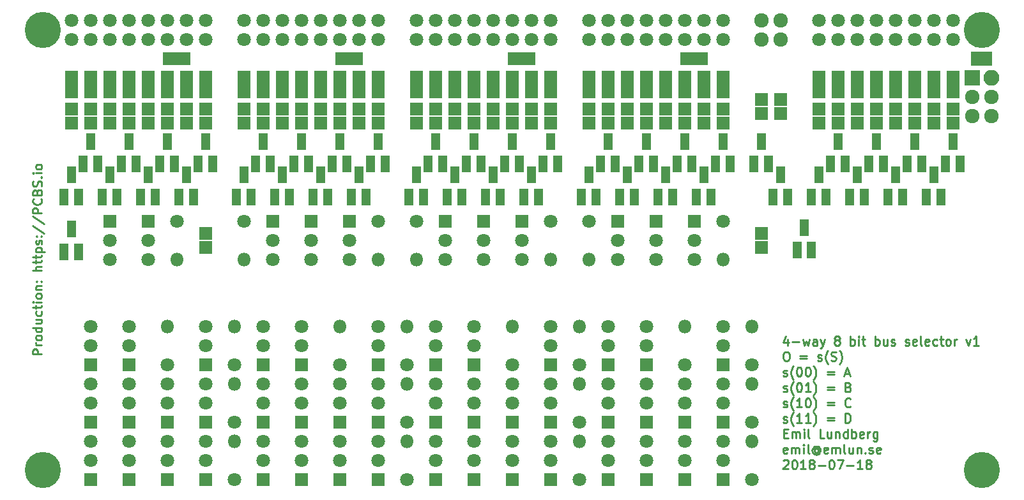
<source format=gts>
G04 #@! TF.GenerationSoftware,KiCad,Pcbnew,(5.0.0-rc2-200-g1f6f76beb)*
G04 #@! TF.CreationDate,2018-07-18T18:35:48+02:00*
G04 #@! TF.ProjectId,bus-selector,6275732D73656C6563746F722E6B6963,rev?*
G04 #@! TF.SameCoordinates,Original*
G04 #@! TF.FileFunction,Soldermask,Top*
G04 #@! TF.FilePolarity,Negative*
%FSLAX46Y46*%
G04 Gerber Fmt 4.6, Leading zero omitted, Abs format (unit mm)*
G04 Created by KiCad (PCBNEW (5.0.0-rc2-200-g1f6f76beb)) date Wed Jul 18 18:35:48 2018*
%MOMM*%
%LPD*%
G01*
G04 APERTURE LIST*
%ADD10C,0.250000*%
%ADD11C,1.800000*%
%ADD12R,1.800000X1.800000*%
%ADD13R,1.200000X2.300000*%
%ADD14R,1.800000X1.695000*%
%ADD15C,1.924000*%
%ADD16O,1.800000X1.800000*%
%ADD17R,1.720000X1.920000*%
%ADD18R,1.920000X1.720000*%
%ADD19R,2.100000X2.100000*%
%ADD20O,2.100000X2.100000*%
%ADD21C,0.300000*%
%ADD22C,0.100000*%
%ADD23C,4.800000*%
G04 APERTURE END LIST*
D10*
X21497857Y-62101428D02*
X20297857Y-62101428D01*
X20297857Y-61644285D01*
X20355000Y-61530000D01*
X20412142Y-61472857D01*
X20526428Y-61415714D01*
X20697857Y-61415714D01*
X20812142Y-61472857D01*
X20869285Y-61530000D01*
X20926428Y-61644285D01*
X20926428Y-62101428D01*
X21497857Y-60901428D02*
X20697857Y-60901428D01*
X20926428Y-60901428D02*
X20812142Y-60844285D01*
X20755000Y-60787142D01*
X20697857Y-60672857D01*
X20697857Y-60558571D01*
X21497857Y-59987142D02*
X21440714Y-60101428D01*
X21383571Y-60158571D01*
X21269285Y-60215714D01*
X20926428Y-60215714D01*
X20812142Y-60158571D01*
X20755000Y-60101428D01*
X20697857Y-59987142D01*
X20697857Y-59815714D01*
X20755000Y-59701428D01*
X20812142Y-59644285D01*
X20926428Y-59587142D01*
X21269285Y-59587142D01*
X21383571Y-59644285D01*
X21440714Y-59701428D01*
X21497857Y-59815714D01*
X21497857Y-59987142D01*
X21497857Y-58558571D02*
X20297857Y-58558571D01*
X21440714Y-58558571D02*
X21497857Y-58672857D01*
X21497857Y-58901428D01*
X21440714Y-59015714D01*
X21383571Y-59072857D01*
X21269285Y-59130000D01*
X20926428Y-59130000D01*
X20812142Y-59072857D01*
X20755000Y-59015714D01*
X20697857Y-58901428D01*
X20697857Y-58672857D01*
X20755000Y-58558571D01*
X20697857Y-57472857D02*
X21497857Y-57472857D01*
X20697857Y-57987142D02*
X21326428Y-57987142D01*
X21440714Y-57930000D01*
X21497857Y-57815714D01*
X21497857Y-57644285D01*
X21440714Y-57530000D01*
X21383571Y-57472857D01*
X21440714Y-56387142D02*
X21497857Y-56501428D01*
X21497857Y-56730000D01*
X21440714Y-56844285D01*
X21383571Y-56901428D01*
X21269285Y-56958571D01*
X20926428Y-56958571D01*
X20812142Y-56901428D01*
X20755000Y-56844285D01*
X20697857Y-56730000D01*
X20697857Y-56501428D01*
X20755000Y-56387142D01*
X20697857Y-56044285D02*
X20697857Y-55587142D01*
X20297857Y-55872857D02*
X21326428Y-55872857D01*
X21440714Y-55815714D01*
X21497857Y-55701428D01*
X21497857Y-55587142D01*
X21497857Y-55187142D02*
X20697857Y-55187142D01*
X20297857Y-55187142D02*
X20355000Y-55244285D01*
X20412142Y-55187142D01*
X20355000Y-55130000D01*
X20297857Y-55187142D01*
X20412142Y-55187142D01*
X21497857Y-54444285D02*
X21440714Y-54558571D01*
X21383571Y-54615714D01*
X21269285Y-54672857D01*
X20926428Y-54672857D01*
X20812142Y-54615714D01*
X20755000Y-54558571D01*
X20697857Y-54444285D01*
X20697857Y-54272857D01*
X20755000Y-54158571D01*
X20812142Y-54101428D01*
X20926428Y-54044285D01*
X21269285Y-54044285D01*
X21383571Y-54101428D01*
X21440714Y-54158571D01*
X21497857Y-54272857D01*
X21497857Y-54444285D01*
X20697857Y-53530000D02*
X21497857Y-53530000D01*
X20812142Y-53530000D02*
X20755000Y-53472857D01*
X20697857Y-53358571D01*
X20697857Y-53187142D01*
X20755000Y-53072857D01*
X20869285Y-53015714D01*
X21497857Y-53015714D01*
X21383571Y-52444285D02*
X21440714Y-52387142D01*
X21497857Y-52444285D01*
X21440714Y-52501428D01*
X21383571Y-52444285D01*
X21497857Y-52444285D01*
X20755000Y-52444285D02*
X20812142Y-52387142D01*
X20869285Y-52444285D01*
X20812142Y-52501428D01*
X20755000Y-52444285D01*
X20869285Y-52444285D01*
X21497857Y-50958571D02*
X20297857Y-50958571D01*
X21497857Y-50444285D02*
X20869285Y-50444285D01*
X20755000Y-50501428D01*
X20697857Y-50615714D01*
X20697857Y-50787142D01*
X20755000Y-50901428D01*
X20812142Y-50958571D01*
X20697857Y-50044285D02*
X20697857Y-49587142D01*
X20297857Y-49872857D02*
X21326428Y-49872857D01*
X21440714Y-49815714D01*
X21497857Y-49701428D01*
X21497857Y-49587142D01*
X20697857Y-49358571D02*
X20697857Y-48901428D01*
X20297857Y-49187142D02*
X21326428Y-49187142D01*
X21440714Y-49130000D01*
X21497857Y-49015714D01*
X21497857Y-48901428D01*
X20697857Y-48501428D02*
X21897857Y-48501428D01*
X20755000Y-48501428D02*
X20697857Y-48387142D01*
X20697857Y-48158571D01*
X20755000Y-48044285D01*
X20812142Y-47987142D01*
X20926428Y-47930000D01*
X21269285Y-47930000D01*
X21383571Y-47987142D01*
X21440714Y-48044285D01*
X21497857Y-48158571D01*
X21497857Y-48387142D01*
X21440714Y-48501428D01*
X21440714Y-47472857D02*
X21497857Y-47358571D01*
X21497857Y-47130000D01*
X21440714Y-47015714D01*
X21326428Y-46958571D01*
X21269285Y-46958571D01*
X21155000Y-47015714D01*
X21097857Y-47130000D01*
X21097857Y-47301428D01*
X21040714Y-47415714D01*
X20926428Y-47472857D01*
X20869285Y-47472857D01*
X20755000Y-47415714D01*
X20697857Y-47301428D01*
X20697857Y-47130000D01*
X20755000Y-47015714D01*
X21383571Y-46444285D02*
X21440714Y-46387142D01*
X21497857Y-46444285D01*
X21440714Y-46501428D01*
X21383571Y-46444285D01*
X21497857Y-46444285D01*
X20755000Y-46444285D02*
X20812142Y-46387142D01*
X20869285Y-46444285D01*
X20812142Y-46501428D01*
X20755000Y-46444285D01*
X20869285Y-46444285D01*
X20240714Y-45015714D02*
X21783571Y-46044285D01*
X20240714Y-43758571D02*
X21783571Y-44787142D01*
X21497857Y-43358571D02*
X20297857Y-43358571D01*
X20297857Y-42901428D01*
X20355000Y-42787142D01*
X20412142Y-42730000D01*
X20526428Y-42672857D01*
X20697857Y-42672857D01*
X20812142Y-42730000D01*
X20869285Y-42787142D01*
X20926428Y-42901428D01*
X20926428Y-43358571D01*
X21383571Y-41472857D02*
X21440714Y-41530000D01*
X21497857Y-41701428D01*
X21497857Y-41815714D01*
X21440714Y-41987142D01*
X21326428Y-42101428D01*
X21212142Y-42158571D01*
X20983571Y-42215714D01*
X20812142Y-42215714D01*
X20583571Y-42158571D01*
X20469285Y-42101428D01*
X20355000Y-41987142D01*
X20297857Y-41815714D01*
X20297857Y-41701428D01*
X20355000Y-41530000D01*
X20412142Y-41472857D01*
X20869285Y-40558571D02*
X20926428Y-40387142D01*
X20983571Y-40330000D01*
X21097857Y-40272857D01*
X21269285Y-40272857D01*
X21383571Y-40330000D01*
X21440714Y-40387142D01*
X21497857Y-40501428D01*
X21497857Y-40958571D01*
X20297857Y-40958571D01*
X20297857Y-40558571D01*
X20355000Y-40444285D01*
X20412142Y-40387142D01*
X20526428Y-40330000D01*
X20640714Y-40330000D01*
X20755000Y-40387142D01*
X20812142Y-40444285D01*
X20869285Y-40558571D01*
X20869285Y-40958571D01*
X21440714Y-39815714D02*
X21497857Y-39644285D01*
X21497857Y-39358571D01*
X21440714Y-39244285D01*
X21383571Y-39187142D01*
X21269285Y-39130000D01*
X21155000Y-39130000D01*
X21040714Y-39187142D01*
X20983571Y-39244285D01*
X20926428Y-39358571D01*
X20869285Y-39587142D01*
X20812142Y-39701428D01*
X20755000Y-39758571D01*
X20640714Y-39815714D01*
X20526428Y-39815714D01*
X20412142Y-39758571D01*
X20355000Y-39701428D01*
X20297857Y-39587142D01*
X20297857Y-39301428D01*
X20355000Y-39130000D01*
X21383571Y-38615714D02*
X21440714Y-38558571D01*
X21497857Y-38615714D01*
X21440714Y-38672857D01*
X21383571Y-38615714D01*
X21497857Y-38615714D01*
X21497857Y-38044285D02*
X20697857Y-38044285D01*
X20297857Y-38044285D02*
X20355000Y-38101428D01*
X20412142Y-38044285D01*
X20355000Y-37987142D01*
X20297857Y-38044285D01*
X20412142Y-38044285D01*
X21497857Y-37301428D02*
X21440714Y-37415714D01*
X21383571Y-37472857D01*
X21269285Y-37530000D01*
X20926428Y-37530000D01*
X20812142Y-37472857D01*
X20755000Y-37415714D01*
X20697857Y-37301428D01*
X20697857Y-37130000D01*
X20755000Y-37015714D01*
X20812142Y-36958571D01*
X20926428Y-36901428D01*
X21269285Y-36901428D01*
X21383571Y-36958571D01*
X21440714Y-37015714D01*
X21497857Y-37130000D01*
X21497857Y-37301428D01*
X120342500Y-60122857D02*
X120342500Y-60922857D01*
X120056785Y-59665714D02*
X119771071Y-60522857D01*
X120513928Y-60522857D01*
X120971071Y-60465714D02*
X121885357Y-60465714D01*
X122342500Y-60122857D02*
X122571071Y-60922857D01*
X122799642Y-60351428D01*
X123028214Y-60922857D01*
X123256785Y-60122857D01*
X124228214Y-60922857D02*
X124228214Y-60294285D01*
X124171071Y-60180000D01*
X124056785Y-60122857D01*
X123828214Y-60122857D01*
X123713928Y-60180000D01*
X124228214Y-60865714D02*
X124113928Y-60922857D01*
X123828214Y-60922857D01*
X123713928Y-60865714D01*
X123656785Y-60751428D01*
X123656785Y-60637142D01*
X123713928Y-60522857D01*
X123828214Y-60465714D01*
X124113928Y-60465714D01*
X124228214Y-60408571D01*
X124685357Y-60122857D02*
X124971071Y-60922857D01*
X125256785Y-60122857D02*
X124971071Y-60922857D01*
X124856785Y-61208571D01*
X124799642Y-61265714D01*
X124685357Y-61322857D01*
X126799642Y-60237142D02*
X126685357Y-60180000D01*
X126628214Y-60122857D01*
X126571071Y-60008571D01*
X126571071Y-59951428D01*
X126628214Y-59837142D01*
X126685357Y-59780000D01*
X126799642Y-59722857D01*
X127028214Y-59722857D01*
X127142500Y-59780000D01*
X127199642Y-59837142D01*
X127256785Y-59951428D01*
X127256785Y-60008571D01*
X127199642Y-60122857D01*
X127142500Y-60180000D01*
X127028214Y-60237142D01*
X126799642Y-60237142D01*
X126685357Y-60294285D01*
X126628214Y-60351428D01*
X126571071Y-60465714D01*
X126571071Y-60694285D01*
X126628214Y-60808571D01*
X126685357Y-60865714D01*
X126799642Y-60922857D01*
X127028214Y-60922857D01*
X127142500Y-60865714D01*
X127199642Y-60808571D01*
X127256785Y-60694285D01*
X127256785Y-60465714D01*
X127199642Y-60351428D01*
X127142500Y-60294285D01*
X127028214Y-60237142D01*
X128685357Y-60922857D02*
X128685357Y-59722857D01*
X128685357Y-60180000D02*
X128799642Y-60122857D01*
X129028214Y-60122857D01*
X129142500Y-60180000D01*
X129199642Y-60237142D01*
X129256785Y-60351428D01*
X129256785Y-60694285D01*
X129199642Y-60808571D01*
X129142500Y-60865714D01*
X129028214Y-60922857D01*
X128799642Y-60922857D01*
X128685357Y-60865714D01*
X129771071Y-60922857D02*
X129771071Y-60122857D01*
X129771071Y-59722857D02*
X129713928Y-59780000D01*
X129771071Y-59837142D01*
X129828214Y-59780000D01*
X129771071Y-59722857D01*
X129771071Y-59837142D01*
X130171071Y-60122857D02*
X130628214Y-60122857D01*
X130342500Y-59722857D02*
X130342500Y-60751428D01*
X130399642Y-60865714D01*
X130513928Y-60922857D01*
X130628214Y-60922857D01*
X131942500Y-60922857D02*
X131942500Y-59722857D01*
X131942500Y-60180000D02*
X132056785Y-60122857D01*
X132285357Y-60122857D01*
X132399642Y-60180000D01*
X132456785Y-60237142D01*
X132513928Y-60351428D01*
X132513928Y-60694285D01*
X132456785Y-60808571D01*
X132399642Y-60865714D01*
X132285357Y-60922857D01*
X132056785Y-60922857D01*
X131942500Y-60865714D01*
X133542500Y-60122857D02*
X133542500Y-60922857D01*
X133028214Y-60122857D02*
X133028214Y-60751428D01*
X133085357Y-60865714D01*
X133199642Y-60922857D01*
X133371071Y-60922857D01*
X133485357Y-60865714D01*
X133542500Y-60808571D01*
X134056785Y-60865714D02*
X134171071Y-60922857D01*
X134399642Y-60922857D01*
X134513928Y-60865714D01*
X134571071Y-60751428D01*
X134571071Y-60694285D01*
X134513928Y-60580000D01*
X134399642Y-60522857D01*
X134228214Y-60522857D01*
X134113928Y-60465714D01*
X134056785Y-60351428D01*
X134056785Y-60294285D01*
X134113928Y-60180000D01*
X134228214Y-60122857D01*
X134399642Y-60122857D01*
X134513928Y-60180000D01*
X135942500Y-60865714D02*
X136056785Y-60922857D01*
X136285357Y-60922857D01*
X136399642Y-60865714D01*
X136456785Y-60751428D01*
X136456785Y-60694285D01*
X136399642Y-60580000D01*
X136285357Y-60522857D01*
X136113928Y-60522857D01*
X135999642Y-60465714D01*
X135942500Y-60351428D01*
X135942500Y-60294285D01*
X135999642Y-60180000D01*
X136113928Y-60122857D01*
X136285357Y-60122857D01*
X136399642Y-60180000D01*
X137428214Y-60865714D02*
X137313928Y-60922857D01*
X137085357Y-60922857D01*
X136971071Y-60865714D01*
X136913928Y-60751428D01*
X136913928Y-60294285D01*
X136971071Y-60180000D01*
X137085357Y-60122857D01*
X137313928Y-60122857D01*
X137428214Y-60180000D01*
X137485357Y-60294285D01*
X137485357Y-60408571D01*
X136913928Y-60522857D01*
X138171071Y-60922857D02*
X138056785Y-60865714D01*
X137999642Y-60751428D01*
X137999642Y-59722857D01*
X139085357Y-60865714D02*
X138971071Y-60922857D01*
X138742500Y-60922857D01*
X138628214Y-60865714D01*
X138571071Y-60751428D01*
X138571071Y-60294285D01*
X138628214Y-60180000D01*
X138742500Y-60122857D01*
X138971071Y-60122857D01*
X139085357Y-60180000D01*
X139142500Y-60294285D01*
X139142500Y-60408571D01*
X138571071Y-60522857D01*
X140171071Y-60865714D02*
X140056785Y-60922857D01*
X139828214Y-60922857D01*
X139713928Y-60865714D01*
X139656785Y-60808571D01*
X139599642Y-60694285D01*
X139599642Y-60351428D01*
X139656785Y-60237142D01*
X139713928Y-60180000D01*
X139828214Y-60122857D01*
X140056785Y-60122857D01*
X140171071Y-60180000D01*
X140513928Y-60122857D02*
X140971071Y-60122857D01*
X140685357Y-59722857D02*
X140685357Y-60751428D01*
X140742500Y-60865714D01*
X140856785Y-60922857D01*
X140971071Y-60922857D01*
X141542500Y-60922857D02*
X141428214Y-60865714D01*
X141371071Y-60808571D01*
X141313928Y-60694285D01*
X141313928Y-60351428D01*
X141371071Y-60237142D01*
X141428214Y-60180000D01*
X141542500Y-60122857D01*
X141713928Y-60122857D01*
X141828214Y-60180000D01*
X141885357Y-60237142D01*
X141942500Y-60351428D01*
X141942500Y-60694285D01*
X141885357Y-60808571D01*
X141828214Y-60865714D01*
X141713928Y-60922857D01*
X141542500Y-60922857D01*
X142456785Y-60922857D02*
X142456785Y-60122857D01*
X142456785Y-60351428D02*
X142513928Y-60237142D01*
X142571071Y-60180000D01*
X142685357Y-60122857D01*
X142799642Y-60122857D01*
X143999642Y-60122857D02*
X144285357Y-60922857D01*
X144571071Y-60122857D01*
X145656785Y-60922857D02*
X144971071Y-60922857D01*
X145313928Y-60922857D02*
X145313928Y-59722857D01*
X145199642Y-59894285D01*
X145085357Y-60008571D01*
X144971071Y-60065714D01*
X120056785Y-61772857D02*
X120285357Y-61772857D01*
X120399642Y-61830000D01*
X120513928Y-61944285D01*
X120571071Y-62172857D01*
X120571071Y-62572857D01*
X120513928Y-62801428D01*
X120399642Y-62915714D01*
X120285357Y-62972857D01*
X120056785Y-62972857D01*
X119942500Y-62915714D01*
X119828214Y-62801428D01*
X119771071Y-62572857D01*
X119771071Y-62172857D01*
X119828214Y-61944285D01*
X119942500Y-61830000D01*
X120056785Y-61772857D01*
X121999642Y-62344285D02*
X122913928Y-62344285D01*
X122913928Y-62687142D02*
X121999642Y-62687142D01*
X124342500Y-62915714D02*
X124456785Y-62972857D01*
X124685357Y-62972857D01*
X124799642Y-62915714D01*
X124856785Y-62801428D01*
X124856785Y-62744285D01*
X124799642Y-62630000D01*
X124685357Y-62572857D01*
X124513928Y-62572857D01*
X124399642Y-62515714D01*
X124342500Y-62401428D01*
X124342500Y-62344285D01*
X124399642Y-62230000D01*
X124513928Y-62172857D01*
X124685357Y-62172857D01*
X124799642Y-62230000D01*
X125713928Y-63430000D02*
X125656785Y-63372857D01*
X125542500Y-63201428D01*
X125485357Y-63087142D01*
X125428214Y-62915714D01*
X125371071Y-62630000D01*
X125371071Y-62401428D01*
X125428214Y-62115714D01*
X125485357Y-61944285D01*
X125542500Y-61830000D01*
X125656785Y-61658571D01*
X125713928Y-61601428D01*
X126113928Y-62915714D02*
X126285357Y-62972857D01*
X126571071Y-62972857D01*
X126685357Y-62915714D01*
X126742500Y-62858571D01*
X126799642Y-62744285D01*
X126799642Y-62630000D01*
X126742500Y-62515714D01*
X126685357Y-62458571D01*
X126571071Y-62401428D01*
X126342500Y-62344285D01*
X126228214Y-62287142D01*
X126171071Y-62230000D01*
X126113928Y-62115714D01*
X126113928Y-62001428D01*
X126171071Y-61887142D01*
X126228214Y-61830000D01*
X126342500Y-61772857D01*
X126628214Y-61772857D01*
X126799642Y-61830000D01*
X127199642Y-63430000D02*
X127256785Y-63372857D01*
X127371071Y-63201428D01*
X127428214Y-63087142D01*
X127485357Y-62915714D01*
X127542500Y-62630000D01*
X127542500Y-62401428D01*
X127485357Y-62115714D01*
X127428214Y-61944285D01*
X127371071Y-61830000D01*
X127256785Y-61658571D01*
X127199642Y-61601428D01*
X119771071Y-64965714D02*
X119885357Y-65022857D01*
X120113928Y-65022857D01*
X120228214Y-64965714D01*
X120285357Y-64851428D01*
X120285357Y-64794285D01*
X120228214Y-64680000D01*
X120113928Y-64622857D01*
X119942500Y-64622857D01*
X119828214Y-64565714D01*
X119771071Y-64451428D01*
X119771071Y-64394285D01*
X119828214Y-64280000D01*
X119942500Y-64222857D01*
X120113928Y-64222857D01*
X120228214Y-64280000D01*
X121142500Y-65480000D02*
X121085357Y-65422857D01*
X120971071Y-65251428D01*
X120913928Y-65137142D01*
X120856785Y-64965714D01*
X120799642Y-64680000D01*
X120799642Y-64451428D01*
X120856785Y-64165714D01*
X120913928Y-63994285D01*
X120971071Y-63880000D01*
X121085357Y-63708571D01*
X121142500Y-63651428D01*
X121828214Y-63822857D02*
X121942500Y-63822857D01*
X122056785Y-63880000D01*
X122113928Y-63937142D01*
X122171071Y-64051428D01*
X122228214Y-64280000D01*
X122228214Y-64565714D01*
X122171071Y-64794285D01*
X122113928Y-64908571D01*
X122056785Y-64965714D01*
X121942500Y-65022857D01*
X121828214Y-65022857D01*
X121713928Y-64965714D01*
X121656785Y-64908571D01*
X121599642Y-64794285D01*
X121542500Y-64565714D01*
X121542500Y-64280000D01*
X121599642Y-64051428D01*
X121656785Y-63937142D01*
X121713928Y-63880000D01*
X121828214Y-63822857D01*
X122971071Y-63822857D02*
X123085357Y-63822857D01*
X123199642Y-63880000D01*
X123256785Y-63937142D01*
X123313928Y-64051428D01*
X123371071Y-64280000D01*
X123371071Y-64565714D01*
X123313928Y-64794285D01*
X123256785Y-64908571D01*
X123199642Y-64965714D01*
X123085357Y-65022857D01*
X122971071Y-65022857D01*
X122856785Y-64965714D01*
X122799642Y-64908571D01*
X122742500Y-64794285D01*
X122685357Y-64565714D01*
X122685357Y-64280000D01*
X122742500Y-64051428D01*
X122799642Y-63937142D01*
X122856785Y-63880000D01*
X122971071Y-63822857D01*
X123771071Y-65480000D02*
X123828214Y-65422857D01*
X123942500Y-65251428D01*
X123999642Y-65137142D01*
X124056785Y-64965714D01*
X124113928Y-64680000D01*
X124113928Y-64451428D01*
X124056785Y-64165714D01*
X123999642Y-63994285D01*
X123942500Y-63880000D01*
X123828214Y-63708571D01*
X123771071Y-63651428D01*
X125599642Y-64394285D02*
X126513928Y-64394285D01*
X126513928Y-64737142D02*
X125599642Y-64737142D01*
X127942500Y-64680000D02*
X128513928Y-64680000D01*
X127828214Y-65022857D02*
X128228214Y-63822857D01*
X128628214Y-65022857D01*
X119771071Y-67015714D02*
X119885357Y-67072857D01*
X120113928Y-67072857D01*
X120228214Y-67015714D01*
X120285357Y-66901428D01*
X120285357Y-66844285D01*
X120228214Y-66730000D01*
X120113928Y-66672857D01*
X119942500Y-66672857D01*
X119828214Y-66615714D01*
X119771071Y-66501428D01*
X119771071Y-66444285D01*
X119828214Y-66330000D01*
X119942500Y-66272857D01*
X120113928Y-66272857D01*
X120228214Y-66330000D01*
X121142500Y-67530000D02*
X121085357Y-67472857D01*
X120971071Y-67301428D01*
X120913928Y-67187142D01*
X120856785Y-67015714D01*
X120799642Y-66730000D01*
X120799642Y-66501428D01*
X120856785Y-66215714D01*
X120913928Y-66044285D01*
X120971071Y-65930000D01*
X121085357Y-65758571D01*
X121142500Y-65701428D01*
X121828214Y-65872857D02*
X121942500Y-65872857D01*
X122056785Y-65930000D01*
X122113928Y-65987142D01*
X122171071Y-66101428D01*
X122228214Y-66330000D01*
X122228214Y-66615714D01*
X122171071Y-66844285D01*
X122113928Y-66958571D01*
X122056785Y-67015714D01*
X121942500Y-67072857D01*
X121828214Y-67072857D01*
X121713928Y-67015714D01*
X121656785Y-66958571D01*
X121599642Y-66844285D01*
X121542500Y-66615714D01*
X121542500Y-66330000D01*
X121599642Y-66101428D01*
X121656785Y-65987142D01*
X121713928Y-65930000D01*
X121828214Y-65872857D01*
X123371071Y-67072857D02*
X122685357Y-67072857D01*
X123028214Y-67072857D02*
X123028214Y-65872857D01*
X122913928Y-66044285D01*
X122799642Y-66158571D01*
X122685357Y-66215714D01*
X123771071Y-67530000D02*
X123828214Y-67472857D01*
X123942500Y-67301428D01*
X123999642Y-67187142D01*
X124056785Y-67015714D01*
X124113928Y-66730000D01*
X124113928Y-66501428D01*
X124056785Y-66215714D01*
X123999642Y-66044285D01*
X123942500Y-65930000D01*
X123828214Y-65758571D01*
X123771071Y-65701428D01*
X125599642Y-66444285D02*
X126513928Y-66444285D01*
X126513928Y-66787142D02*
X125599642Y-66787142D01*
X128399642Y-66444285D02*
X128571071Y-66501428D01*
X128628214Y-66558571D01*
X128685357Y-66672857D01*
X128685357Y-66844285D01*
X128628214Y-66958571D01*
X128571071Y-67015714D01*
X128456785Y-67072857D01*
X127999642Y-67072857D01*
X127999642Y-65872857D01*
X128399642Y-65872857D01*
X128513928Y-65930000D01*
X128571071Y-65987142D01*
X128628214Y-66101428D01*
X128628214Y-66215714D01*
X128571071Y-66330000D01*
X128513928Y-66387142D01*
X128399642Y-66444285D01*
X127999642Y-66444285D01*
X119771071Y-69065714D02*
X119885357Y-69122857D01*
X120113928Y-69122857D01*
X120228214Y-69065714D01*
X120285357Y-68951428D01*
X120285357Y-68894285D01*
X120228214Y-68780000D01*
X120113928Y-68722857D01*
X119942500Y-68722857D01*
X119828214Y-68665714D01*
X119771071Y-68551428D01*
X119771071Y-68494285D01*
X119828214Y-68380000D01*
X119942500Y-68322857D01*
X120113928Y-68322857D01*
X120228214Y-68380000D01*
X121142500Y-69580000D02*
X121085357Y-69522857D01*
X120971071Y-69351428D01*
X120913928Y-69237142D01*
X120856785Y-69065714D01*
X120799642Y-68780000D01*
X120799642Y-68551428D01*
X120856785Y-68265714D01*
X120913928Y-68094285D01*
X120971071Y-67980000D01*
X121085357Y-67808571D01*
X121142500Y-67751428D01*
X122228214Y-69122857D02*
X121542500Y-69122857D01*
X121885357Y-69122857D02*
X121885357Y-67922857D01*
X121771071Y-68094285D01*
X121656785Y-68208571D01*
X121542500Y-68265714D01*
X122971071Y-67922857D02*
X123085357Y-67922857D01*
X123199642Y-67980000D01*
X123256785Y-68037142D01*
X123313928Y-68151428D01*
X123371071Y-68380000D01*
X123371071Y-68665714D01*
X123313928Y-68894285D01*
X123256785Y-69008571D01*
X123199642Y-69065714D01*
X123085357Y-69122857D01*
X122971071Y-69122857D01*
X122856785Y-69065714D01*
X122799642Y-69008571D01*
X122742500Y-68894285D01*
X122685357Y-68665714D01*
X122685357Y-68380000D01*
X122742500Y-68151428D01*
X122799642Y-68037142D01*
X122856785Y-67980000D01*
X122971071Y-67922857D01*
X123771071Y-69580000D02*
X123828214Y-69522857D01*
X123942500Y-69351428D01*
X123999642Y-69237142D01*
X124056785Y-69065714D01*
X124113928Y-68780000D01*
X124113928Y-68551428D01*
X124056785Y-68265714D01*
X123999642Y-68094285D01*
X123942500Y-67980000D01*
X123828214Y-67808571D01*
X123771071Y-67751428D01*
X125599642Y-68494285D02*
X126513928Y-68494285D01*
X126513928Y-68837142D02*
X125599642Y-68837142D01*
X128685357Y-69008571D02*
X128628214Y-69065714D01*
X128456785Y-69122857D01*
X128342500Y-69122857D01*
X128171071Y-69065714D01*
X128056785Y-68951428D01*
X127999642Y-68837142D01*
X127942500Y-68608571D01*
X127942500Y-68437142D01*
X127999642Y-68208571D01*
X128056785Y-68094285D01*
X128171071Y-67980000D01*
X128342500Y-67922857D01*
X128456785Y-67922857D01*
X128628214Y-67980000D01*
X128685357Y-68037142D01*
X119771071Y-71115714D02*
X119885357Y-71172857D01*
X120113928Y-71172857D01*
X120228214Y-71115714D01*
X120285357Y-71001428D01*
X120285357Y-70944285D01*
X120228214Y-70830000D01*
X120113928Y-70772857D01*
X119942500Y-70772857D01*
X119828214Y-70715714D01*
X119771071Y-70601428D01*
X119771071Y-70544285D01*
X119828214Y-70430000D01*
X119942500Y-70372857D01*
X120113928Y-70372857D01*
X120228214Y-70430000D01*
X121142500Y-71630000D02*
X121085357Y-71572857D01*
X120971071Y-71401428D01*
X120913928Y-71287142D01*
X120856785Y-71115714D01*
X120799642Y-70830000D01*
X120799642Y-70601428D01*
X120856785Y-70315714D01*
X120913928Y-70144285D01*
X120971071Y-70030000D01*
X121085357Y-69858571D01*
X121142500Y-69801428D01*
X122228214Y-71172857D02*
X121542500Y-71172857D01*
X121885357Y-71172857D02*
X121885357Y-69972857D01*
X121771071Y-70144285D01*
X121656785Y-70258571D01*
X121542500Y-70315714D01*
X123371071Y-71172857D02*
X122685357Y-71172857D01*
X123028214Y-71172857D02*
X123028214Y-69972857D01*
X122913928Y-70144285D01*
X122799642Y-70258571D01*
X122685357Y-70315714D01*
X123771071Y-71630000D02*
X123828214Y-71572857D01*
X123942500Y-71401428D01*
X123999642Y-71287142D01*
X124056785Y-71115714D01*
X124113928Y-70830000D01*
X124113928Y-70601428D01*
X124056785Y-70315714D01*
X123999642Y-70144285D01*
X123942500Y-70030000D01*
X123828214Y-69858571D01*
X123771071Y-69801428D01*
X125599642Y-70544285D02*
X126513928Y-70544285D01*
X126513928Y-70887142D02*
X125599642Y-70887142D01*
X127999642Y-71172857D02*
X127999642Y-69972857D01*
X128285357Y-69972857D01*
X128456785Y-70030000D01*
X128571071Y-70144285D01*
X128628214Y-70258571D01*
X128685357Y-70487142D01*
X128685357Y-70658571D01*
X128628214Y-70887142D01*
X128571071Y-71001428D01*
X128456785Y-71115714D01*
X128285357Y-71172857D01*
X127999642Y-71172857D01*
X119828214Y-72594285D02*
X120228214Y-72594285D01*
X120399642Y-73222857D02*
X119828214Y-73222857D01*
X119828214Y-72022857D01*
X120399642Y-72022857D01*
X120913928Y-73222857D02*
X120913928Y-72422857D01*
X120913928Y-72537142D02*
X120971071Y-72480000D01*
X121085357Y-72422857D01*
X121256785Y-72422857D01*
X121371071Y-72480000D01*
X121428214Y-72594285D01*
X121428214Y-73222857D01*
X121428214Y-72594285D02*
X121485357Y-72480000D01*
X121599642Y-72422857D01*
X121771071Y-72422857D01*
X121885357Y-72480000D01*
X121942500Y-72594285D01*
X121942500Y-73222857D01*
X122513928Y-73222857D02*
X122513928Y-72422857D01*
X122513928Y-72022857D02*
X122456785Y-72080000D01*
X122513928Y-72137142D01*
X122571071Y-72080000D01*
X122513928Y-72022857D01*
X122513928Y-72137142D01*
X123256785Y-73222857D02*
X123142500Y-73165714D01*
X123085357Y-73051428D01*
X123085357Y-72022857D01*
X125199642Y-73222857D02*
X124628214Y-73222857D01*
X124628214Y-72022857D01*
X126113928Y-72422857D02*
X126113928Y-73222857D01*
X125599642Y-72422857D02*
X125599642Y-73051428D01*
X125656785Y-73165714D01*
X125771071Y-73222857D01*
X125942500Y-73222857D01*
X126056785Y-73165714D01*
X126113928Y-73108571D01*
X126685357Y-72422857D02*
X126685357Y-73222857D01*
X126685357Y-72537142D02*
X126742500Y-72480000D01*
X126856785Y-72422857D01*
X127028214Y-72422857D01*
X127142500Y-72480000D01*
X127199642Y-72594285D01*
X127199642Y-73222857D01*
X128285357Y-73222857D02*
X128285357Y-72022857D01*
X128285357Y-73165714D02*
X128171071Y-73222857D01*
X127942500Y-73222857D01*
X127828214Y-73165714D01*
X127771071Y-73108571D01*
X127713928Y-72994285D01*
X127713928Y-72651428D01*
X127771071Y-72537142D01*
X127828214Y-72480000D01*
X127942500Y-72422857D01*
X128171071Y-72422857D01*
X128285357Y-72480000D01*
X128856785Y-73222857D02*
X128856785Y-72022857D01*
X128856785Y-72480000D02*
X128971071Y-72422857D01*
X129199642Y-72422857D01*
X129313928Y-72480000D01*
X129371071Y-72537142D01*
X129428214Y-72651428D01*
X129428214Y-72994285D01*
X129371071Y-73108571D01*
X129313928Y-73165714D01*
X129199642Y-73222857D01*
X128971071Y-73222857D01*
X128856785Y-73165714D01*
X130399642Y-73165714D02*
X130285357Y-73222857D01*
X130056785Y-73222857D01*
X129942500Y-73165714D01*
X129885357Y-73051428D01*
X129885357Y-72594285D01*
X129942500Y-72480000D01*
X130056785Y-72422857D01*
X130285357Y-72422857D01*
X130399642Y-72480000D01*
X130456785Y-72594285D01*
X130456785Y-72708571D01*
X129885357Y-72822857D01*
X130971071Y-73222857D02*
X130971071Y-72422857D01*
X130971071Y-72651428D02*
X131028214Y-72537142D01*
X131085357Y-72480000D01*
X131199642Y-72422857D01*
X131313928Y-72422857D01*
X132228214Y-72422857D02*
X132228214Y-73394285D01*
X132171071Y-73508571D01*
X132113928Y-73565714D01*
X131999642Y-73622857D01*
X131828214Y-73622857D01*
X131713928Y-73565714D01*
X132228214Y-73165714D02*
X132113928Y-73222857D01*
X131885357Y-73222857D01*
X131771071Y-73165714D01*
X131713928Y-73108571D01*
X131656785Y-72994285D01*
X131656785Y-72651428D01*
X131713928Y-72537142D01*
X131771071Y-72480000D01*
X131885357Y-72422857D01*
X132113928Y-72422857D01*
X132228214Y-72480000D01*
X120285357Y-75215714D02*
X120171071Y-75272857D01*
X119942500Y-75272857D01*
X119828214Y-75215714D01*
X119771071Y-75101428D01*
X119771071Y-74644285D01*
X119828214Y-74530000D01*
X119942500Y-74472857D01*
X120171071Y-74472857D01*
X120285357Y-74530000D01*
X120342500Y-74644285D01*
X120342500Y-74758571D01*
X119771071Y-74872857D01*
X120856785Y-75272857D02*
X120856785Y-74472857D01*
X120856785Y-74587142D02*
X120913928Y-74530000D01*
X121028214Y-74472857D01*
X121199642Y-74472857D01*
X121313928Y-74530000D01*
X121371071Y-74644285D01*
X121371071Y-75272857D01*
X121371071Y-74644285D02*
X121428214Y-74530000D01*
X121542500Y-74472857D01*
X121713928Y-74472857D01*
X121828214Y-74530000D01*
X121885357Y-74644285D01*
X121885357Y-75272857D01*
X122456785Y-75272857D02*
X122456785Y-74472857D01*
X122456785Y-74072857D02*
X122399642Y-74130000D01*
X122456785Y-74187142D01*
X122513928Y-74130000D01*
X122456785Y-74072857D01*
X122456785Y-74187142D01*
X123199642Y-75272857D02*
X123085357Y-75215714D01*
X123028214Y-75101428D01*
X123028214Y-74072857D01*
X124399642Y-74701428D02*
X124342500Y-74644285D01*
X124228214Y-74587142D01*
X124113928Y-74587142D01*
X123999642Y-74644285D01*
X123942500Y-74701428D01*
X123885357Y-74815714D01*
X123885357Y-74930000D01*
X123942500Y-75044285D01*
X123999642Y-75101428D01*
X124113928Y-75158571D01*
X124228214Y-75158571D01*
X124342500Y-75101428D01*
X124399642Y-75044285D01*
X124399642Y-74587142D02*
X124399642Y-75044285D01*
X124456785Y-75101428D01*
X124513928Y-75101428D01*
X124628214Y-75044285D01*
X124685357Y-74930000D01*
X124685357Y-74644285D01*
X124571071Y-74472857D01*
X124399642Y-74358571D01*
X124171071Y-74301428D01*
X123942500Y-74358571D01*
X123771071Y-74472857D01*
X123656785Y-74644285D01*
X123599642Y-74872857D01*
X123656785Y-75101428D01*
X123771071Y-75272857D01*
X123942500Y-75387142D01*
X124171071Y-75444285D01*
X124399642Y-75387142D01*
X124571071Y-75272857D01*
X125656785Y-75215714D02*
X125542500Y-75272857D01*
X125313928Y-75272857D01*
X125199642Y-75215714D01*
X125142500Y-75101428D01*
X125142500Y-74644285D01*
X125199642Y-74530000D01*
X125313928Y-74472857D01*
X125542500Y-74472857D01*
X125656785Y-74530000D01*
X125713928Y-74644285D01*
X125713928Y-74758571D01*
X125142500Y-74872857D01*
X126228214Y-75272857D02*
X126228214Y-74472857D01*
X126228214Y-74587142D02*
X126285357Y-74530000D01*
X126399642Y-74472857D01*
X126571071Y-74472857D01*
X126685357Y-74530000D01*
X126742500Y-74644285D01*
X126742500Y-75272857D01*
X126742500Y-74644285D02*
X126799642Y-74530000D01*
X126913928Y-74472857D01*
X127085357Y-74472857D01*
X127199642Y-74530000D01*
X127256785Y-74644285D01*
X127256785Y-75272857D01*
X127999642Y-75272857D02*
X127885357Y-75215714D01*
X127828214Y-75101428D01*
X127828214Y-74072857D01*
X128971071Y-74472857D02*
X128971071Y-75272857D01*
X128456785Y-74472857D02*
X128456785Y-75101428D01*
X128513928Y-75215714D01*
X128628214Y-75272857D01*
X128799642Y-75272857D01*
X128913928Y-75215714D01*
X128971071Y-75158571D01*
X129542500Y-74472857D02*
X129542500Y-75272857D01*
X129542500Y-74587142D02*
X129599642Y-74530000D01*
X129713928Y-74472857D01*
X129885357Y-74472857D01*
X129999642Y-74530000D01*
X130056785Y-74644285D01*
X130056785Y-75272857D01*
X130628214Y-75158571D02*
X130685357Y-75215714D01*
X130628214Y-75272857D01*
X130571071Y-75215714D01*
X130628214Y-75158571D01*
X130628214Y-75272857D01*
X131142500Y-75215714D02*
X131256785Y-75272857D01*
X131485357Y-75272857D01*
X131599642Y-75215714D01*
X131656785Y-75101428D01*
X131656785Y-75044285D01*
X131599642Y-74930000D01*
X131485357Y-74872857D01*
X131313928Y-74872857D01*
X131199642Y-74815714D01*
X131142500Y-74701428D01*
X131142500Y-74644285D01*
X131199642Y-74530000D01*
X131313928Y-74472857D01*
X131485357Y-74472857D01*
X131599642Y-74530000D01*
X132628214Y-75215714D02*
X132513928Y-75272857D01*
X132285357Y-75272857D01*
X132171071Y-75215714D01*
X132113928Y-75101428D01*
X132113928Y-74644285D01*
X132171071Y-74530000D01*
X132285357Y-74472857D01*
X132513928Y-74472857D01*
X132628214Y-74530000D01*
X132685357Y-74644285D01*
X132685357Y-74758571D01*
X132113928Y-74872857D01*
X119771071Y-76237142D02*
X119828214Y-76180000D01*
X119942500Y-76122857D01*
X120228214Y-76122857D01*
X120342500Y-76180000D01*
X120399642Y-76237142D01*
X120456785Y-76351428D01*
X120456785Y-76465714D01*
X120399642Y-76637142D01*
X119713928Y-77322857D01*
X120456785Y-77322857D01*
X121199642Y-76122857D02*
X121313928Y-76122857D01*
X121428214Y-76180000D01*
X121485357Y-76237142D01*
X121542500Y-76351428D01*
X121599642Y-76580000D01*
X121599642Y-76865714D01*
X121542500Y-77094285D01*
X121485357Y-77208571D01*
X121428214Y-77265714D01*
X121313928Y-77322857D01*
X121199642Y-77322857D01*
X121085357Y-77265714D01*
X121028214Y-77208571D01*
X120971071Y-77094285D01*
X120913928Y-76865714D01*
X120913928Y-76580000D01*
X120971071Y-76351428D01*
X121028214Y-76237142D01*
X121085357Y-76180000D01*
X121199642Y-76122857D01*
X122742500Y-77322857D02*
X122056785Y-77322857D01*
X122399642Y-77322857D02*
X122399642Y-76122857D01*
X122285357Y-76294285D01*
X122171071Y-76408571D01*
X122056785Y-76465714D01*
X123428214Y-76637142D02*
X123313928Y-76580000D01*
X123256785Y-76522857D01*
X123199642Y-76408571D01*
X123199642Y-76351428D01*
X123256785Y-76237142D01*
X123313928Y-76180000D01*
X123428214Y-76122857D01*
X123656785Y-76122857D01*
X123771071Y-76180000D01*
X123828214Y-76237142D01*
X123885357Y-76351428D01*
X123885357Y-76408571D01*
X123828214Y-76522857D01*
X123771071Y-76580000D01*
X123656785Y-76637142D01*
X123428214Y-76637142D01*
X123313928Y-76694285D01*
X123256785Y-76751428D01*
X123199642Y-76865714D01*
X123199642Y-77094285D01*
X123256785Y-77208571D01*
X123313928Y-77265714D01*
X123428214Y-77322857D01*
X123656785Y-77322857D01*
X123771071Y-77265714D01*
X123828214Y-77208571D01*
X123885357Y-77094285D01*
X123885357Y-76865714D01*
X123828214Y-76751428D01*
X123771071Y-76694285D01*
X123656785Y-76637142D01*
X124399642Y-76865714D02*
X125313928Y-76865714D01*
X126113928Y-76122857D02*
X126228214Y-76122857D01*
X126342500Y-76180000D01*
X126399642Y-76237142D01*
X126456785Y-76351428D01*
X126513928Y-76580000D01*
X126513928Y-76865714D01*
X126456785Y-77094285D01*
X126399642Y-77208571D01*
X126342500Y-77265714D01*
X126228214Y-77322857D01*
X126113928Y-77322857D01*
X125999642Y-77265714D01*
X125942500Y-77208571D01*
X125885357Y-77094285D01*
X125828214Y-76865714D01*
X125828214Y-76580000D01*
X125885357Y-76351428D01*
X125942500Y-76237142D01*
X125999642Y-76180000D01*
X126113928Y-76122857D01*
X126913928Y-76122857D02*
X127713928Y-76122857D01*
X127199642Y-77322857D01*
X128171071Y-76865714D02*
X129085357Y-76865714D01*
X130285357Y-77322857D02*
X129599642Y-77322857D01*
X129942500Y-77322857D02*
X129942500Y-76122857D01*
X129828214Y-76294285D01*
X129713928Y-76408571D01*
X129599642Y-76465714D01*
X130971071Y-76637142D02*
X130856785Y-76580000D01*
X130799642Y-76522857D01*
X130742500Y-76408571D01*
X130742500Y-76351428D01*
X130799642Y-76237142D01*
X130856785Y-76180000D01*
X130971071Y-76122857D01*
X131199642Y-76122857D01*
X131313928Y-76180000D01*
X131371071Y-76237142D01*
X131428214Y-76351428D01*
X131428214Y-76408571D01*
X131371071Y-76522857D01*
X131313928Y-76580000D01*
X131199642Y-76637142D01*
X130971071Y-76637142D01*
X130856785Y-76694285D01*
X130799642Y-76751428D01*
X130742500Y-76865714D01*
X130742500Y-77094285D01*
X130799642Y-77208571D01*
X130856785Y-77265714D01*
X130971071Y-77322857D01*
X131199642Y-77322857D01*
X131313928Y-77265714D01*
X131371071Y-77208571D01*
X131428214Y-77094285D01*
X131428214Y-76865714D01*
X131371071Y-76751428D01*
X131313928Y-76694285D01*
X131199642Y-76637142D01*
D11*
G04 #@! TO.C,Q36*
X33020000Y-68580000D03*
X33020000Y-66040000D03*
D12*
X33020000Y-71120000D03*
G04 #@! TD*
G04 #@! TO.C,Q53*
X73660000Y-78740000D03*
D11*
X73660000Y-73660000D03*
X73660000Y-76200000D03*
G04 #@! TD*
D12*
G04 #@! TO.C,Q5*
X57150000Y-44450000D03*
D11*
X57150000Y-49530000D03*
X57150000Y-46990000D03*
G04 #@! TD*
G04 #@! TO.C,Q12*
X97790000Y-46990000D03*
X97790000Y-49530000D03*
D12*
X97790000Y-44450000D03*
G04 #@! TD*
D13*
G04 #@! TO.C,Q95*
X134620000Y-38275000D03*
X135570000Y-41275000D03*
X133670000Y-41275000D03*
G04 #@! TD*
G04 #@! TO.C,Q92*
X142240000Y-33830000D03*
X143190000Y-36830000D03*
X141290000Y-36830000D03*
G04 #@! TD*
D14*
G04 #@! TO.C,R57*
X116840000Y-47957500D03*
X116840000Y-46022500D03*
G04 #@! TD*
D13*
G04 #@! TO.C,Q89*
X121605000Y-48260000D03*
X123505000Y-48260000D03*
X122555000Y-45260000D03*
G04 #@! TD*
D15*
G04 #@! TO.C,J7*
X147320000Y-27940000D03*
X147320000Y-30480000D03*
X144780000Y-30480000D03*
X144780000Y-27940000D03*
G04 #@! TD*
D11*
G04 #@! TO.C,J1*
X25400000Y-20320000D03*
X27940000Y-20320000D03*
X30480000Y-20320000D03*
X33020000Y-20320000D03*
X35560000Y-20320000D03*
X38100000Y-20320000D03*
X40640000Y-20320000D03*
X43180000Y-20320000D03*
X43180000Y-17780000D03*
X40640000Y-17780000D03*
X38100000Y-17780000D03*
X35560000Y-17780000D03*
X33020000Y-17780000D03*
X30480000Y-17780000D03*
X27940000Y-17780000D03*
X25400000Y-17780000D03*
G04 #@! TD*
G04 #@! TO.C,J2*
X48260000Y-20320000D03*
X50800000Y-20320000D03*
X53340000Y-20320000D03*
X55880000Y-20320000D03*
X58420000Y-20320000D03*
X60960000Y-20320000D03*
X63500000Y-20320000D03*
X66040000Y-20320000D03*
X66040000Y-17780000D03*
X63500000Y-17780000D03*
X60960000Y-17780000D03*
X58420000Y-17780000D03*
X55880000Y-17780000D03*
X53340000Y-17780000D03*
X50800000Y-17780000D03*
X48260000Y-17780000D03*
G04 #@! TD*
G04 #@! TO.C,J3*
X71120000Y-20320000D03*
X73660000Y-20320000D03*
X76200000Y-20320000D03*
X78740000Y-20320000D03*
X81280000Y-20320000D03*
X83820000Y-20320000D03*
X86360000Y-20320000D03*
X88900000Y-20320000D03*
X88900000Y-17780000D03*
X86360000Y-17780000D03*
X83820000Y-17780000D03*
X81280000Y-17780000D03*
X78740000Y-17780000D03*
X76200000Y-17780000D03*
X73660000Y-17780000D03*
X71120000Y-17780000D03*
G04 #@! TD*
G04 #@! TO.C,J4*
X93980000Y-20320000D03*
X96520000Y-20320000D03*
X99060000Y-20320000D03*
X101600000Y-20320000D03*
X104140000Y-20320000D03*
X106680000Y-20320000D03*
X109220000Y-20320000D03*
X111760000Y-20320000D03*
X111760000Y-17780000D03*
X109220000Y-17780000D03*
X106680000Y-17780000D03*
X104140000Y-17780000D03*
X101600000Y-17780000D03*
X99060000Y-17780000D03*
X96520000Y-17780000D03*
X93980000Y-17780000D03*
G04 #@! TD*
G04 #@! TO.C,J6*
X124460000Y-20320000D03*
X127000000Y-20320000D03*
X129540000Y-20320000D03*
X132080000Y-20320000D03*
X134620000Y-20320000D03*
X137160000Y-20320000D03*
X139700000Y-20320000D03*
X142240000Y-20320000D03*
X142240000Y-17780000D03*
X139700000Y-17780000D03*
X137160000Y-17780000D03*
X134620000Y-17780000D03*
X132080000Y-17780000D03*
X129540000Y-17780000D03*
X127000000Y-17780000D03*
X124460000Y-17780000D03*
G04 #@! TD*
D15*
G04 #@! TO.C,J5*
X116840000Y-20320000D03*
X119380000Y-20320000D03*
X119380000Y-17780000D03*
X116840000Y-17780000D03*
G04 #@! TD*
D16*
G04 #@! TO.C,R1*
X39370000Y-49530000D03*
D11*
X39370000Y-44450000D03*
G04 #@! TD*
D16*
G04 #@! TO.C,R2*
X48260000Y-49530000D03*
D11*
X48260000Y-44450000D03*
G04 #@! TD*
D16*
G04 #@! TO.C,R3*
X66040000Y-49530000D03*
D11*
X66040000Y-44450000D03*
G04 #@! TD*
D16*
G04 #@! TO.C,R4*
X71120000Y-49530000D03*
D11*
X71120000Y-44450000D03*
G04 #@! TD*
D16*
G04 #@! TO.C,R5*
X88900000Y-49530000D03*
D11*
X88900000Y-44450000D03*
G04 #@! TD*
D16*
G04 #@! TO.C,R6*
X93980000Y-49530000D03*
D11*
X93980000Y-44450000D03*
G04 #@! TD*
D16*
G04 #@! TO.C,R7*
X111760000Y-49530000D03*
D11*
X111760000Y-44450000D03*
G04 #@! TD*
D16*
G04 #@! TO.C,R8*
X115570000Y-66040000D03*
D11*
X115570000Y-71120000D03*
G04 #@! TD*
D16*
G04 #@! TO.C,R9*
X115570000Y-58420000D03*
D11*
X115570000Y-63500000D03*
G04 #@! TD*
D16*
G04 #@! TO.C,R10*
X115570000Y-73660000D03*
D11*
X115570000Y-78740000D03*
G04 #@! TD*
D16*
G04 #@! TO.C,R11*
X106680000Y-58420000D03*
D11*
X106680000Y-63500000D03*
G04 #@! TD*
D16*
G04 #@! TO.C,R12*
X92710000Y-66040000D03*
D11*
X92710000Y-71120000D03*
G04 #@! TD*
D16*
G04 #@! TO.C,R13*
X92710000Y-58420000D03*
D11*
X92710000Y-63500000D03*
G04 #@! TD*
D16*
G04 #@! TO.C,R14*
X92710000Y-73660000D03*
D11*
X92710000Y-78740000D03*
G04 #@! TD*
D16*
G04 #@! TO.C,R16*
X69850000Y-66040000D03*
D11*
X69850000Y-71120000D03*
G04 #@! TD*
D16*
G04 #@! TO.C,R17*
X69850000Y-58420000D03*
D11*
X69850000Y-63500000D03*
G04 #@! TD*
D16*
G04 #@! TO.C,R18*
X69850000Y-73660000D03*
D11*
X69850000Y-78740000D03*
G04 #@! TD*
D16*
G04 #@! TO.C,R19*
X60960000Y-58420000D03*
D11*
X60960000Y-63500000D03*
G04 #@! TD*
D16*
G04 #@! TO.C,R20*
X46990000Y-66040000D03*
D11*
X46990000Y-71120000D03*
G04 #@! TD*
D16*
G04 #@! TO.C,R21*
X46990000Y-58420000D03*
D11*
X46990000Y-63500000D03*
G04 #@! TD*
D16*
G04 #@! TO.C,R22*
X46990000Y-73660000D03*
D11*
X46990000Y-78740000D03*
G04 #@! TD*
D16*
G04 #@! TO.C,R15*
X83820000Y-58420000D03*
D11*
X83820000Y-63500000D03*
G04 #@! TD*
D16*
G04 #@! TO.C,R23*
X38100000Y-58420000D03*
D11*
X38100000Y-63500000D03*
G04 #@! TD*
D17*
G04 #@! TO.C,D1*
X43180000Y-25400000D03*
X43180000Y-27160000D03*
G04 #@! TD*
G04 #@! TO.C,D2*
X40640000Y-27160000D03*
X40640000Y-25400000D03*
G04 #@! TD*
G04 #@! TO.C,D3*
X38100000Y-27160000D03*
X38100000Y-25400000D03*
G04 #@! TD*
G04 #@! TO.C,D4*
X35560000Y-25400000D03*
X35560000Y-27160000D03*
G04 #@! TD*
G04 #@! TO.C,D5*
X33020000Y-25400000D03*
X33020000Y-27160000D03*
G04 #@! TD*
G04 #@! TO.C,D6*
X30480000Y-25400000D03*
X30480000Y-27160000D03*
G04 #@! TD*
G04 #@! TO.C,D7*
X27940000Y-27160000D03*
X27940000Y-25400000D03*
G04 #@! TD*
G04 #@! TO.C,D8*
X25400000Y-25400000D03*
X25400000Y-27160000D03*
G04 #@! TD*
G04 #@! TO.C,D9*
X66040000Y-27160000D03*
X66040000Y-25400000D03*
G04 #@! TD*
G04 #@! TO.C,D10*
X63500000Y-25400000D03*
X63500000Y-27160000D03*
G04 #@! TD*
G04 #@! TO.C,D11*
X60960000Y-27160000D03*
X60960000Y-25400000D03*
G04 #@! TD*
G04 #@! TO.C,D12*
X58420000Y-25400000D03*
X58420000Y-27160000D03*
G04 #@! TD*
G04 #@! TO.C,D13*
X55880000Y-27160000D03*
X55880000Y-25400000D03*
G04 #@! TD*
G04 #@! TO.C,D14*
X53340000Y-27160000D03*
X53340000Y-25400000D03*
G04 #@! TD*
G04 #@! TO.C,D15*
X50800000Y-25400000D03*
X50800000Y-27160000D03*
G04 #@! TD*
G04 #@! TO.C,D16*
X48260000Y-25400000D03*
X48260000Y-27160000D03*
G04 #@! TD*
G04 #@! TO.C,D17*
X88900000Y-27160000D03*
X88900000Y-25400000D03*
G04 #@! TD*
G04 #@! TO.C,D18*
X86360000Y-27160000D03*
X86360000Y-25400000D03*
G04 #@! TD*
G04 #@! TO.C,D19*
X83820000Y-25400000D03*
X83820000Y-27160000D03*
G04 #@! TD*
G04 #@! TO.C,D20*
X81280000Y-25400000D03*
X81280000Y-27160000D03*
G04 #@! TD*
G04 #@! TO.C,D21*
X78740000Y-27160000D03*
X78740000Y-25400000D03*
G04 #@! TD*
G04 #@! TO.C,D22*
X76200000Y-25400000D03*
X76200000Y-27160000D03*
G04 #@! TD*
G04 #@! TO.C,D23*
X73660000Y-27160000D03*
X73660000Y-25400000D03*
G04 #@! TD*
G04 #@! TO.C,D24*
X71120000Y-27160000D03*
X71120000Y-25400000D03*
G04 #@! TD*
G04 #@! TO.C,D25*
X111760000Y-27160000D03*
X111760000Y-25400000D03*
G04 #@! TD*
G04 #@! TO.C,D26*
X109220000Y-25400000D03*
X109220000Y-27160000D03*
G04 #@! TD*
G04 #@! TO.C,D27*
X106680000Y-27160000D03*
X106680000Y-25400000D03*
G04 #@! TD*
G04 #@! TO.C,D28*
X104140000Y-25400000D03*
X104140000Y-27160000D03*
G04 #@! TD*
G04 #@! TO.C,D29*
X101600000Y-27160000D03*
X101600000Y-25400000D03*
G04 #@! TD*
G04 #@! TO.C,D30*
X99060000Y-27160000D03*
X99060000Y-25400000D03*
G04 #@! TD*
G04 #@! TO.C,D31*
X96520000Y-25400000D03*
X96520000Y-27160000D03*
G04 #@! TD*
G04 #@! TO.C,D32*
X93980000Y-25400000D03*
X93980000Y-27160000D03*
G04 #@! TD*
D18*
G04 #@! TO.C,D33*
X38490000Y-22860000D03*
X40250000Y-22860000D03*
G04 #@! TD*
G04 #@! TO.C,D34*
X61350000Y-22860000D03*
X63110000Y-22860000D03*
G04 #@! TD*
G04 #@! TO.C,D35*
X85970000Y-22860000D03*
X84210000Y-22860000D03*
G04 #@! TD*
G04 #@! TO.C,D36*
X107070000Y-22860000D03*
X108830000Y-22860000D03*
G04 #@! TD*
D17*
G04 #@! TO.C,D37*
X142240000Y-27160000D03*
X142240000Y-25400000D03*
G04 #@! TD*
G04 #@! TO.C,D38*
X139700000Y-27160000D03*
X139700000Y-25400000D03*
G04 #@! TD*
G04 #@! TO.C,D39*
X137160000Y-25400000D03*
X137160000Y-27160000D03*
G04 #@! TD*
G04 #@! TO.C,D40*
X134620000Y-25400000D03*
X134620000Y-27160000D03*
G04 #@! TD*
G04 #@! TO.C,D41*
X132080000Y-27160000D03*
X132080000Y-25400000D03*
G04 #@! TD*
G04 #@! TO.C,D42*
X129540000Y-27160000D03*
X129540000Y-25400000D03*
G04 #@! TD*
G04 #@! TO.C,D43*
X127000000Y-25400000D03*
X127000000Y-27160000D03*
G04 #@! TD*
G04 #@! TO.C,D44*
X124460000Y-27160000D03*
X124460000Y-25400000D03*
G04 #@! TD*
D11*
G04 #@! TO.C,Q1*
X30480000Y-46990000D03*
X30480000Y-49530000D03*
D12*
X30480000Y-44450000D03*
G04 #@! TD*
G04 #@! TO.C,Q2*
X35560000Y-44450000D03*
D11*
X35560000Y-49530000D03*
X35560000Y-46990000D03*
G04 #@! TD*
D12*
G04 #@! TO.C,Q3*
X27940000Y-63500000D03*
D11*
X27940000Y-58420000D03*
X27940000Y-60960000D03*
G04 #@! TD*
G04 #@! TO.C,Q4*
X52070000Y-46990000D03*
X52070000Y-49530000D03*
D12*
X52070000Y-44450000D03*
G04 #@! TD*
G04 #@! TO.C,Q6*
X62230000Y-44450000D03*
D11*
X62230000Y-49530000D03*
X62230000Y-46990000D03*
G04 #@! TD*
D12*
G04 #@! TO.C,Q7*
X50800000Y-63500000D03*
D11*
X50800000Y-58420000D03*
X50800000Y-60960000D03*
G04 #@! TD*
G04 #@! TO.C,Q8*
X74930000Y-46990000D03*
X74930000Y-49530000D03*
D12*
X74930000Y-44450000D03*
G04 #@! TD*
G04 #@! TO.C,Q9*
X80010000Y-44450000D03*
D11*
X80010000Y-49530000D03*
X80010000Y-46990000D03*
G04 #@! TD*
D12*
G04 #@! TO.C,Q10*
X85090000Y-44450000D03*
D11*
X85090000Y-49530000D03*
X85090000Y-46990000D03*
G04 #@! TD*
G04 #@! TO.C,Q11*
X73660000Y-60960000D03*
X73660000Y-58420000D03*
D12*
X73660000Y-63500000D03*
G04 #@! TD*
G04 #@! TO.C,Q13*
X102870000Y-44450000D03*
D11*
X102870000Y-49530000D03*
X102870000Y-46990000D03*
G04 #@! TD*
G04 #@! TO.C,Q14*
X107950000Y-46990000D03*
X107950000Y-49530000D03*
D12*
X107950000Y-44450000D03*
G04 #@! TD*
D11*
G04 #@! TO.C,Q15*
X96520000Y-60960000D03*
X96520000Y-58420000D03*
D12*
X96520000Y-63500000D03*
G04 #@! TD*
G04 #@! TO.C,Q16*
X43180000Y-71120000D03*
D11*
X43180000Y-66040000D03*
X43180000Y-68580000D03*
G04 #@! TD*
G04 #@! TO.C,Q17*
X66040000Y-68580000D03*
X66040000Y-66040000D03*
D12*
X66040000Y-71120000D03*
G04 #@! TD*
G04 #@! TO.C,Q18*
X88900000Y-71120000D03*
D11*
X88900000Y-66040000D03*
X88900000Y-68580000D03*
G04 #@! TD*
G04 #@! TO.C,Q19*
X111760000Y-68580000D03*
X111760000Y-66040000D03*
D12*
X111760000Y-71120000D03*
G04 #@! TD*
G04 #@! TO.C,Q20*
X111760000Y-63500000D03*
D11*
X111760000Y-58420000D03*
X111760000Y-60960000D03*
G04 #@! TD*
G04 #@! TO.C,Q21*
X43180000Y-76200000D03*
X43180000Y-73660000D03*
D12*
X43180000Y-78740000D03*
G04 #@! TD*
G04 #@! TO.C,Q22*
X66040000Y-78740000D03*
D11*
X66040000Y-73660000D03*
X66040000Y-76200000D03*
G04 #@! TD*
G04 #@! TO.C,Q23*
X88900000Y-76200000D03*
X88900000Y-73660000D03*
D12*
X88900000Y-78740000D03*
G04 #@! TD*
G04 #@! TO.C,Q24*
X111760000Y-78740000D03*
D11*
X111760000Y-73660000D03*
X111760000Y-76200000D03*
G04 #@! TD*
G04 #@! TO.C,Q25*
X101600000Y-60960000D03*
X101600000Y-58420000D03*
D12*
X101600000Y-63500000D03*
G04 #@! TD*
D11*
G04 #@! TO.C,Q26*
X38100000Y-68580000D03*
X38100000Y-66040000D03*
D12*
X38100000Y-71120000D03*
G04 #@! TD*
G04 #@! TO.C,Q27*
X60960000Y-71120000D03*
D11*
X60960000Y-66040000D03*
X60960000Y-68580000D03*
G04 #@! TD*
G04 #@! TO.C,Q28*
X83820000Y-68580000D03*
X83820000Y-66040000D03*
D12*
X83820000Y-71120000D03*
G04 #@! TD*
G04 #@! TO.C,Q29*
X106680000Y-71120000D03*
D11*
X106680000Y-66040000D03*
X106680000Y-68580000D03*
G04 #@! TD*
D12*
G04 #@! TO.C,Q30*
X88900000Y-63500000D03*
D11*
X88900000Y-58420000D03*
X88900000Y-60960000D03*
G04 #@! TD*
G04 #@! TO.C,Q31*
X38100000Y-76200000D03*
X38100000Y-73660000D03*
D12*
X38100000Y-78740000D03*
G04 #@! TD*
D11*
G04 #@! TO.C,Q32*
X60960000Y-76200000D03*
X60960000Y-73660000D03*
D12*
X60960000Y-78740000D03*
G04 #@! TD*
G04 #@! TO.C,Q33*
X83820000Y-78740000D03*
D11*
X83820000Y-73660000D03*
X83820000Y-76200000D03*
G04 #@! TD*
G04 #@! TO.C,Q34*
X106680000Y-76200000D03*
X106680000Y-73660000D03*
D12*
X106680000Y-78740000D03*
G04 #@! TD*
G04 #@! TO.C,Q35*
X78740000Y-63500000D03*
D11*
X78740000Y-58420000D03*
X78740000Y-60960000D03*
G04 #@! TD*
D12*
G04 #@! TO.C,Q37*
X55880000Y-71120000D03*
D11*
X55880000Y-66040000D03*
X55880000Y-68580000D03*
G04 #@! TD*
D12*
G04 #@! TO.C,Q38*
X78740000Y-71120000D03*
D11*
X78740000Y-66040000D03*
X78740000Y-68580000D03*
G04 #@! TD*
G04 #@! TO.C,Q39*
X101600000Y-68580000D03*
X101600000Y-66040000D03*
D12*
X101600000Y-71120000D03*
G04 #@! TD*
G04 #@! TO.C,Q40*
X66040000Y-63500000D03*
D11*
X66040000Y-58420000D03*
X66040000Y-60960000D03*
G04 #@! TD*
D12*
G04 #@! TO.C,Q41*
X33020000Y-78740000D03*
D11*
X33020000Y-73660000D03*
X33020000Y-76200000D03*
G04 #@! TD*
G04 #@! TO.C,Q42*
X55880000Y-76200000D03*
X55880000Y-73660000D03*
D12*
X55880000Y-78740000D03*
G04 #@! TD*
G04 #@! TO.C,Q43*
X78740000Y-78740000D03*
D11*
X78740000Y-73660000D03*
X78740000Y-76200000D03*
G04 #@! TD*
G04 #@! TO.C,Q44*
X101600000Y-76200000D03*
X101600000Y-73660000D03*
D12*
X101600000Y-78740000D03*
G04 #@! TD*
G04 #@! TO.C,Q45*
X55880000Y-63500000D03*
D11*
X55880000Y-58420000D03*
X55880000Y-60960000D03*
G04 #@! TD*
G04 #@! TO.C,Q46*
X27940000Y-68580000D03*
X27940000Y-66040000D03*
D12*
X27940000Y-71120000D03*
G04 #@! TD*
D11*
G04 #@! TO.C,Q47*
X50800000Y-68580000D03*
X50800000Y-66040000D03*
D12*
X50800000Y-71120000D03*
G04 #@! TD*
D13*
G04 #@! TO.C,Q84*
X100650000Y-36830000D03*
X102550000Y-36830000D03*
X101600000Y-33830000D03*
G04 #@! TD*
G04 #@! TO.C,Q85*
X98110000Y-41275000D03*
X100010000Y-41275000D03*
X99060000Y-38275000D03*
G04 #@! TD*
G04 #@! TO.C,Q86*
X95570000Y-36830000D03*
X97470000Y-36830000D03*
X96520000Y-33830000D03*
G04 #@! TD*
G04 #@! TO.C,Q87*
X93030000Y-41275000D03*
X94930000Y-41275000D03*
X93980000Y-38275000D03*
G04 #@! TD*
G04 #@! TO.C,Q90*
X118430000Y-41275000D03*
X120330000Y-41275000D03*
X119380000Y-38275000D03*
G04 #@! TD*
G04 #@! TO.C,Q91*
X115890000Y-36830000D03*
X117790000Y-36830000D03*
X116840000Y-33830000D03*
G04 #@! TD*
D14*
G04 #@! TO.C,R24*
X43180000Y-29512500D03*
X43180000Y-31447500D03*
G04 #@! TD*
G04 #@! TO.C,R25*
X40640000Y-31447500D03*
X40640000Y-29512500D03*
G04 #@! TD*
G04 #@! TO.C,R26*
X38100000Y-31447500D03*
X38100000Y-29512500D03*
G04 #@! TD*
G04 #@! TO.C,R27*
X35560000Y-31447500D03*
X35560000Y-29512500D03*
G04 #@! TD*
G04 #@! TO.C,R28*
X33020000Y-29512500D03*
X33020000Y-31447500D03*
G04 #@! TD*
G04 #@! TO.C,R29*
X30480000Y-31447500D03*
X30480000Y-29512500D03*
G04 #@! TD*
G04 #@! TO.C,R30*
X27940000Y-29512500D03*
X27940000Y-31447500D03*
G04 #@! TD*
G04 #@! TO.C,R31*
X25400000Y-31447500D03*
X25400000Y-29512500D03*
G04 #@! TD*
G04 #@! TO.C,R32*
X66040000Y-29512500D03*
X66040000Y-31447500D03*
G04 #@! TD*
G04 #@! TO.C,R33*
X63500000Y-31447500D03*
X63500000Y-29512500D03*
G04 #@! TD*
G04 #@! TO.C,R34*
X60960000Y-29512500D03*
X60960000Y-31447500D03*
G04 #@! TD*
G04 #@! TO.C,R35*
X58420000Y-31447500D03*
X58420000Y-29512500D03*
G04 #@! TD*
G04 #@! TO.C,R36*
X55880000Y-29512500D03*
X55880000Y-31447500D03*
G04 #@! TD*
G04 #@! TO.C,R37*
X53340000Y-31447500D03*
X53340000Y-29512500D03*
G04 #@! TD*
G04 #@! TO.C,R38*
X50800000Y-29512500D03*
X50800000Y-31447500D03*
G04 #@! TD*
G04 #@! TO.C,R39*
X48260000Y-31447500D03*
X48260000Y-29512500D03*
G04 #@! TD*
G04 #@! TO.C,R40*
X88900000Y-29512500D03*
X88900000Y-31447500D03*
G04 #@! TD*
G04 #@! TO.C,R41*
X86360000Y-31447500D03*
X86360000Y-29512500D03*
G04 #@! TD*
G04 #@! TO.C,R42*
X83820000Y-29512500D03*
X83820000Y-31447500D03*
G04 #@! TD*
G04 #@! TO.C,R43*
X81280000Y-31447500D03*
X81280000Y-29512500D03*
G04 #@! TD*
G04 #@! TO.C,R44*
X78740000Y-29512500D03*
X78740000Y-31447500D03*
G04 #@! TD*
G04 #@! TO.C,R45*
X76200000Y-31447500D03*
X76200000Y-29512500D03*
G04 #@! TD*
G04 #@! TO.C,R46*
X73660000Y-29512500D03*
X73660000Y-31447500D03*
G04 #@! TD*
G04 #@! TO.C,R47*
X71120000Y-31447500D03*
X71120000Y-29512500D03*
G04 #@! TD*
G04 #@! TO.C,R48*
X111760000Y-29512500D03*
X111760000Y-31447500D03*
G04 #@! TD*
G04 #@! TO.C,R49*
X109220000Y-31447500D03*
X109220000Y-29512500D03*
G04 #@! TD*
G04 #@! TO.C,R50*
X106680000Y-29512500D03*
X106680000Y-31447500D03*
G04 #@! TD*
G04 #@! TO.C,R51*
X104140000Y-31447500D03*
X104140000Y-29512500D03*
G04 #@! TD*
G04 #@! TO.C,R52*
X101600000Y-29512500D03*
X101600000Y-31447500D03*
G04 #@! TD*
G04 #@! TO.C,R53*
X99060000Y-31447500D03*
X99060000Y-29512500D03*
G04 #@! TD*
G04 #@! TO.C,R54*
X96520000Y-29512500D03*
X96520000Y-31447500D03*
G04 #@! TD*
G04 #@! TO.C,R55*
X93980000Y-29512500D03*
X93980000Y-31447500D03*
G04 #@! TD*
G04 #@! TO.C,R56*
X43180000Y-46022500D03*
X43180000Y-47957500D03*
G04 #@! TD*
G04 #@! TO.C,R58*
X119380000Y-28242500D03*
X119380000Y-30177500D03*
G04 #@! TD*
G04 #@! TO.C,R59*
X116840000Y-30177500D03*
X116840000Y-28242500D03*
G04 #@! TD*
D12*
G04 #@! TO.C,Q48*
X73660000Y-71120000D03*
D11*
X73660000Y-66040000D03*
X73660000Y-68580000D03*
G04 #@! TD*
G04 #@! TO.C,Q49*
X96520000Y-68580000D03*
X96520000Y-66040000D03*
D12*
X96520000Y-71120000D03*
G04 #@! TD*
D11*
G04 #@! TO.C,Q50*
X43180000Y-60960000D03*
X43180000Y-58420000D03*
D12*
X43180000Y-63500000D03*
G04 #@! TD*
G04 #@! TO.C,Q51*
X27940000Y-78740000D03*
D11*
X27940000Y-73660000D03*
X27940000Y-76200000D03*
G04 #@! TD*
G04 #@! TO.C,Q52*
X50800000Y-76200000D03*
X50800000Y-73660000D03*
D12*
X50800000Y-78740000D03*
G04 #@! TD*
G04 #@! TO.C,Q54*
X96520000Y-78740000D03*
D11*
X96520000Y-73660000D03*
X96520000Y-76200000D03*
G04 #@! TD*
D12*
G04 #@! TO.C,Q55*
X33020000Y-63500000D03*
D11*
X33020000Y-58420000D03*
X33020000Y-60960000D03*
G04 #@! TD*
D13*
G04 #@! TO.C,Q93*
X138750000Y-41275000D03*
X140650000Y-41275000D03*
X139700000Y-38275000D03*
G04 #@! TD*
G04 #@! TO.C,Q94*
X137160000Y-33830000D03*
X138110000Y-36830000D03*
X136210000Y-36830000D03*
G04 #@! TD*
G04 #@! TO.C,Q96*
X131130000Y-36830000D03*
X133030000Y-36830000D03*
X132080000Y-33830000D03*
G04 #@! TD*
G04 #@! TO.C,Q97*
X129540000Y-38275000D03*
X130490000Y-41275000D03*
X128590000Y-41275000D03*
G04 #@! TD*
G04 #@! TO.C,Q98*
X126050000Y-36830000D03*
X127950000Y-36830000D03*
X127000000Y-33830000D03*
G04 #@! TD*
G04 #@! TO.C,Q99*
X124460000Y-38275000D03*
X125410000Y-41275000D03*
X123510000Y-41275000D03*
G04 #@! TD*
D14*
G04 #@! TO.C,R60*
X142240000Y-31447500D03*
X142240000Y-29512500D03*
G04 #@! TD*
G04 #@! TO.C,R61*
X139700000Y-29512500D03*
X139700000Y-31447500D03*
G04 #@! TD*
G04 #@! TO.C,R62*
X137160000Y-31447500D03*
X137160000Y-29512500D03*
G04 #@! TD*
G04 #@! TO.C,R63*
X134620000Y-29512500D03*
X134620000Y-31447500D03*
G04 #@! TD*
G04 #@! TO.C,R64*
X132080000Y-31447500D03*
X132080000Y-29512500D03*
G04 #@! TD*
G04 #@! TO.C,R65*
X129540000Y-29512500D03*
X129540000Y-31447500D03*
G04 #@! TD*
G04 #@! TO.C,R66*
X127000000Y-29512500D03*
X127000000Y-31447500D03*
G04 #@! TD*
G04 #@! TO.C,R67*
X124460000Y-31447500D03*
X124460000Y-29512500D03*
G04 #@! TD*
D13*
G04 #@! TO.C,Q56*
X42230000Y-36830000D03*
X44130000Y-36830000D03*
X43180000Y-33830000D03*
G04 #@! TD*
G04 #@! TO.C,Q57*
X40640000Y-38275000D03*
X41590000Y-41275000D03*
X39690000Y-41275000D03*
G04 #@! TD*
G04 #@! TO.C,Q58*
X37150000Y-36830000D03*
X39050000Y-36830000D03*
X38100000Y-33830000D03*
G04 #@! TD*
G04 #@! TO.C,Q59*
X35560000Y-38275000D03*
X36510000Y-41275000D03*
X34610000Y-41275000D03*
G04 #@! TD*
G04 #@! TO.C,Q60*
X32070000Y-36830000D03*
X33970000Y-36830000D03*
X33020000Y-33830000D03*
G04 #@! TD*
G04 #@! TO.C,Q61*
X30480000Y-38275000D03*
X31430000Y-41275000D03*
X29530000Y-41275000D03*
G04 #@! TD*
G04 #@! TO.C,Q62*
X26990000Y-36830000D03*
X28890000Y-36830000D03*
X27940000Y-33830000D03*
G04 #@! TD*
G04 #@! TO.C,Q63*
X25400000Y-38275000D03*
X26350000Y-41275000D03*
X24450000Y-41275000D03*
G04 #@! TD*
G04 #@! TO.C,Q64*
X65090000Y-36830000D03*
X66990000Y-36830000D03*
X66040000Y-33830000D03*
G04 #@! TD*
G04 #@! TO.C,Q65*
X63500000Y-38275000D03*
X64450000Y-41275000D03*
X62550000Y-41275000D03*
G04 #@! TD*
G04 #@! TO.C,Q66*
X60010000Y-36830000D03*
X61910000Y-36830000D03*
X60960000Y-33830000D03*
G04 #@! TD*
G04 #@! TO.C,Q67*
X58420000Y-38275000D03*
X59370000Y-41275000D03*
X57470000Y-41275000D03*
G04 #@! TD*
G04 #@! TO.C,Q68*
X54930000Y-36830000D03*
X56830000Y-36830000D03*
X55880000Y-33830000D03*
G04 #@! TD*
G04 #@! TO.C,Q69*
X53340000Y-38275000D03*
X54290000Y-41275000D03*
X52390000Y-41275000D03*
G04 #@! TD*
G04 #@! TO.C,Q70*
X49850000Y-36830000D03*
X51750000Y-36830000D03*
X50800000Y-33830000D03*
G04 #@! TD*
G04 #@! TO.C,Q71*
X48260000Y-38275000D03*
X49210000Y-41275000D03*
X47310000Y-41275000D03*
G04 #@! TD*
G04 #@! TO.C,Q72*
X87950000Y-36830000D03*
X89850000Y-36830000D03*
X88900000Y-33830000D03*
G04 #@! TD*
G04 #@! TO.C,Q73*
X86360000Y-38275000D03*
X87310000Y-41275000D03*
X85410000Y-41275000D03*
G04 #@! TD*
G04 #@! TO.C,Q74*
X82870000Y-36830000D03*
X84770000Y-36830000D03*
X83820000Y-33830000D03*
G04 #@! TD*
G04 #@! TO.C,Q75*
X81280000Y-38275000D03*
X82230000Y-41275000D03*
X80330000Y-41275000D03*
G04 #@! TD*
G04 #@! TO.C,Q76*
X77790000Y-36830000D03*
X79690000Y-36830000D03*
X78740000Y-33830000D03*
G04 #@! TD*
G04 #@! TO.C,Q77*
X76200000Y-38275000D03*
X77150000Y-41275000D03*
X75250000Y-41275000D03*
G04 #@! TD*
G04 #@! TO.C,Q78*
X72710000Y-36830000D03*
X74610000Y-36830000D03*
X73660000Y-33830000D03*
G04 #@! TD*
G04 #@! TO.C,Q79*
X71120000Y-38275000D03*
X72070000Y-41275000D03*
X70170000Y-41275000D03*
G04 #@! TD*
G04 #@! TO.C,Q80*
X110810000Y-36830000D03*
X112710000Y-36830000D03*
X111760000Y-33830000D03*
G04 #@! TD*
G04 #@! TO.C,Q81*
X109220000Y-38275000D03*
X110170000Y-41275000D03*
X108270000Y-41275000D03*
G04 #@! TD*
G04 #@! TO.C,Q82*
X105730000Y-36830000D03*
X107630000Y-36830000D03*
X106680000Y-33830000D03*
G04 #@! TD*
G04 #@! TO.C,Q83*
X104140000Y-38275000D03*
X105090000Y-41275000D03*
X103190000Y-41275000D03*
G04 #@! TD*
D19*
G04 #@! TO.C,JP1*
X144780000Y-25400000D03*
D20*
X147320000Y-25400000D03*
G04 #@! TD*
D21*
G04 #@! TO.C,JP2*
X146775000Y-22860000D03*
D22*
G36*
X147314018Y-21913843D02*
X147351537Y-21925224D01*
X147386114Y-21943706D01*
X147416421Y-21968579D01*
X147441294Y-21998886D01*
X147459776Y-22033463D01*
X147471157Y-22070982D01*
X147475000Y-22110000D01*
X147475000Y-23610000D01*
X147471157Y-23649018D01*
X147459776Y-23686537D01*
X147441294Y-23721114D01*
X147416421Y-23751421D01*
X147386114Y-23776294D01*
X147351537Y-23794776D01*
X147314018Y-23806157D01*
X147275000Y-23810000D01*
X146125000Y-23810000D01*
X146085982Y-23806157D01*
X146048463Y-23794776D01*
X146013886Y-23776294D01*
X145983579Y-23751421D01*
X145958706Y-23721114D01*
X145940224Y-23686537D01*
X145928843Y-23649018D01*
X145925000Y-23610000D01*
X145928843Y-23570982D01*
X145940224Y-23533463D01*
X145958590Y-23499060D01*
X146384630Y-22860000D01*
X145958590Y-22220940D01*
X145940144Y-22186343D01*
X145928802Y-22148813D01*
X145925000Y-22109791D01*
X145928884Y-22070777D01*
X145940304Y-22033270D01*
X145958822Y-21998712D01*
X145983727Y-21968431D01*
X146014060Y-21943590D01*
X146048657Y-21925144D01*
X146086187Y-21913802D01*
X146125000Y-21910000D01*
X147275000Y-21910000D01*
X147314018Y-21913843D01*
X147314018Y-21913843D01*
G37*
D21*
X145325000Y-22860000D03*
D22*
G36*
X145864018Y-21913843D02*
X145901537Y-21925224D01*
X145936114Y-21943706D01*
X145966421Y-21968579D01*
X145991410Y-21999060D01*
X146491410Y-22749060D01*
X146509856Y-22783657D01*
X146521198Y-22821187D01*
X146525000Y-22860209D01*
X146521116Y-22899223D01*
X146509696Y-22936730D01*
X146491410Y-22970940D01*
X145991410Y-23720940D01*
X145966569Y-23751273D01*
X145936288Y-23776178D01*
X145901730Y-23794696D01*
X145864223Y-23806116D01*
X145825000Y-23810000D01*
X144825000Y-23810000D01*
X144785982Y-23806157D01*
X144748463Y-23794776D01*
X144713886Y-23776294D01*
X144683579Y-23751421D01*
X144658706Y-23721114D01*
X144640224Y-23686537D01*
X144628843Y-23649018D01*
X144625000Y-23610000D01*
X144625000Y-22110000D01*
X144628843Y-22070982D01*
X144640224Y-22033463D01*
X144658706Y-21998886D01*
X144683579Y-21968579D01*
X144713886Y-21943706D01*
X144748463Y-21925224D01*
X144785982Y-21913843D01*
X144825000Y-21910000D01*
X145825000Y-21910000D01*
X145864018Y-21913843D01*
X145864018Y-21913843D01*
G37*
G04 #@! TD*
D13*
G04 #@! TO.C,Q88*
X24450000Y-48490000D03*
X26350000Y-48490000D03*
X25400000Y-45490000D03*
G04 #@! TD*
D23*
G04 #@! TO.C,REF\002A\002A*
X146050000Y-19050000D03*
G04 #@! TD*
G04 #@! TO.C,REF\002A\002A*
X21590000Y-19050000D03*
G04 #@! TD*
G04 #@! TO.C,REF\002A\002A*
X146050000Y-77470000D03*
G04 #@! TD*
G04 #@! TO.C,REF\002A\002A*
X21590000Y-77470000D03*
G04 #@! TD*
M02*

</source>
